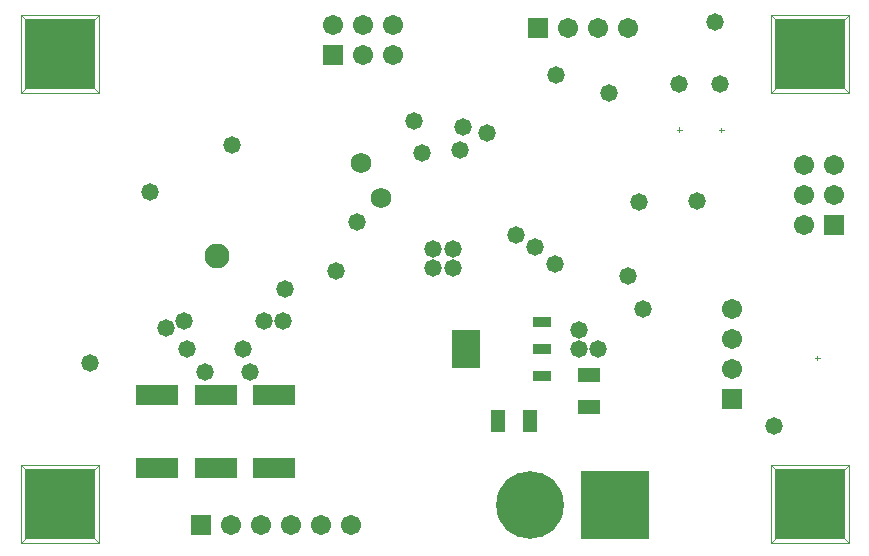
<source format=gbs>
G04*
G04 #@! TF.GenerationSoftware,Altium Limited,Altium Designer,19.1.5 (86)*
G04*
G04 Layer_Color=16711935*
%FSLAX25Y25*%
%MOIN*%
G70*
G01*
G75*
%ADD18C,0.00394*%
%ADD19C,0.00098*%
%ADD31R,0.07493X0.05131*%
%ADD33R,0.06706X0.06706*%
%ADD35R,0.05131X0.07493*%
%ADD39C,0.06706*%
%ADD40R,0.06706X0.06706*%
%ADD41C,0.06800*%
%ADD42C,0.08300*%
%ADD43C,0.15261*%
%ADD44R,0.22517X0.22517*%
%ADD45C,0.22517*%
%ADD46C,0.05800*%
%ADD47C,0.03162*%
%ADD69R,0.06300X0.03600*%
%ADD77R,0.23622X0.23622*%
%ADD78R,0.14383X0.06509*%
G36*
X264950Y170100D02*
X255850D01*
Y182900D01*
X264950D01*
Y170100D01*
D02*
G37*
D18*
X344713Y249500D02*
X346287D01*
X345500Y248713D02*
Y250287D01*
X330713Y249610D02*
X332287D01*
X331500Y248823D02*
Y250398D01*
X376713Y173500D02*
X378287D01*
X377500Y172713D02*
Y174287D01*
D19*
X125000Y275000D02*
X137992Y262008D01*
X112008D02*
X125000Y275000D01*
Y275000D02*
X137992Y287992D01*
X112008Y262008D02*
X137992D01*
X137992Y262008D02*
Y287992D01*
X112008Y287992D02*
X137992D01*
X112008Y262008D02*
Y287992D01*
Y287992D02*
X125000Y275000D01*
X375000Y275000D02*
X387992Y262008D01*
X362008D02*
X375000Y275000D01*
Y275000D02*
X387992Y287992D01*
X362008Y262008D02*
X387992D01*
X387992Y262008D02*
Y287992D01*
X362008Y287992D02*
X387992D01*
X362008Y262008D02*
Y287992D01*
Y287992D02*
X375000Y275000D01*
X375000Y125000D02*
X387992Y112008D01*
X362008D02*
X375000Y125000D01*
Y125000D02*
X387992Y137992D01*
X362008Y112008D02*
X387992D01*
X387992Y112008D02*
Y137992D01*
X362008Y137992D02*
X387992D01*
X362008Y112008D02*
Y137992D01*
Y137992D02*
X375000Y125000D01*
X125000Y125000D02*
X137992Y112008D01*
X112008D02*
X125000Y125000D01*
Y125000D02*
X137992Y137992D01*
X112008Y112008D02*
X137992D01*
X137992Y112008D02*
Y137992D01*
X112008Y137992D02*
X137992D01*
X112008Y112008D02*
Y137992D01*
Y137992D02*
X125000Y125000D01*
D31*
X301500Y157185D02*
D03*
Y167815D02*
D03*
D33*
X349000Y160000D02*
D03*
X383000Y218000D02*
D03*
D35*
X271185Y152500D02*
D03*
X281815D02*
D03*
D39*
X222000Y118000D02*
D03*
X212000D02*
D03*
X202000D02*
D03*
X192000D02*
D03*
X182000D02*
D03*
X294500Y283500D02*
D03*
X304500D02*
D03*
X314500D02*
D03*
X236000Y284500D02*
D03*
Y274500D02*
D03*
X226000Y284500D02*
D03*
Y274500D02*
D03*
X216000Y284500D02*
D03*
X349000Y170000D02*
D03*
Y180000D02*
D03*
Y190000D02*
D03*
X373000Y238000D02*
D03*
X383000D02*
D03*
X373000Y228000D02*
D03*
X383000D02*
D03*
X373000Y218000D02*
D03*
D40*
X172000Y118000D02*
D03*
X284500Y283500D02*
D03*
X216000Y274500D02*
D03*
D41*
X232000Y227000D02*
D03*
X225500Y238500D02*
D03*
D42*
X177425Y207400D02*
D03*
D43*
X125000Y275000D02*
D03*
X375000D02*
D03*
Y125000D02*
D03*
X125000D02*
D03*
D44*
X310173Y124500D02*
D03*
D45*
X281827D02*
D03*
D46*
X343500Y285500D02*
D03*
X298000Y183000D02*
D03*
X314500Y201000D02*
D03*
X283500Y210500D02*
D03*
X290000Y205000D02*
D03*
X259500Y250500D02*
D03*
X258500Y243000D02*
D03*
X267500Y248500D02*
D03*
X243000Y252500D02*
D03*
X363000Y151000D02*
D03*
X345000Y265000D02*
D03*
X331500D02*
D03*
X337500Y226000D02*
D03*
X135000Y172000D02*
D03*
X224000Y219000D02*
D03*
X277000Y214500D02*
D03*
X308000Y262000D02*
D03*
X318000Y225500D02*
D03*
X319500Y190000D02*
D03*
X290500Y268000D02*
D03*
X182500Y244500D02*
D03*
X245750Y242000D02*
D03*
X155000Y229000D02*
D03*
X304500Y176500D02*
D03*
X298000D02*
D03*
X173500Y169000D02*
D03*
X188500D02*
D03*
X167500Y176500D02*
D03*
X186000D02*
D03*
X160500Y183500D02*
D03*
X166500Y186000D02*
D03*
X193000D02*
D03*
X199500D02*
D03*
X256000Y210000D02*
D03*
X249500D02*
D03*
Y203500D02*
D03*
X256000D02*
D03*
X217000Y202500D02*
D03*
X200000Y196500D02*
D03*
D47*
X131124Y281124D02*
D03*
X133661Y275000D02*
D03*
X131124Y268876D02*
D03*
X125000Y266339D02*
D03*
X118876Y268876D02*
D03*
X116339Y275000D02*
D03*
X118876Y281124D02*
D03*
X125000Y283661D02*
D03*
X381124Y281124D02*
D03*
X383661Y275000D02*
D03*
X381124Y268876D02*
D03*
X375000Y266339D02*
D03*
X368876Y268876D02*
D03*
X366339Y275000D02*
D03*
X368876Y281124D02*
D03*
X375000Y283661D02*
D03*
X381124Y131124D02*
D03*
X383661Y125000D02*
D03*
X381124Y118876D02*
D03*
X375000Y116339D02*
D03*
X368876Y118876D02*
D03*
X366339Y125000D02*
D03*
X368876Y131124D02*
D03*
X375000Y133661D02*
D03*
X131124Y131124D02*
D03*
X133661Y125000D02*
D03*
X131124Y118876D02*
D03*
X125000Y116339D02*
D03*
X118876Y118876D02*
D03*
X116339Y125000D02*
D03*
X118876Y131124D02*
D03*
X125000Y133661D02*
D03*
D69*
X285600Y185555D02*
D03*
Y176500D02*
D03*
Y167445D02*
D03*
D77*
X125000Y274997D02*
D03*
X375000D02*
D03*
Y124997D02*
D03*
X125000D02*
D03*
D78*
X157500Y136795D02*
D03*
Y161205D02*
D03*
X177000Y136795D02*
D03*
Y161205D02*
D03*
X196500Y136795D02*
D03*
Y161205D02*
D03*
M02*

</source>
